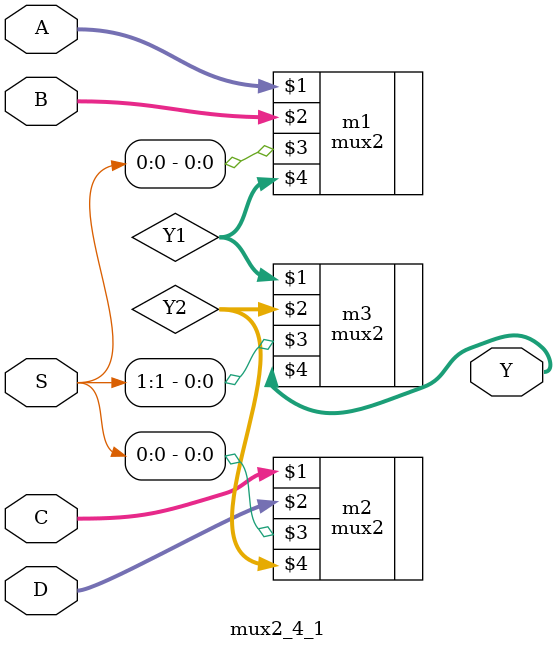
<source format=v>
`timescale 1ns / 1ps


module mux2_4_1(
    input [1:0] A,B,C,D,
    input [1:0] S,
    output [1:0] Y
    
    );

wire [1:0] Y1,Y2;
mux2 m1(A,B,S[0],Y1);
mux2 m2(C,D,S[0],Y2);
mux2 m3(Y1,Y2,S[1],Y);
endmodule

</source>
